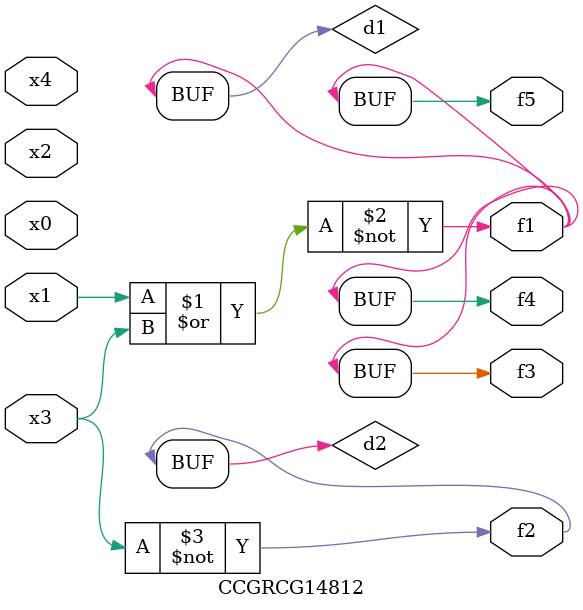
<source format=v>
module CCGRCG14812(
	input x0, x1, x2, x3, x4,
	output f1, f2, f3, f4, f5
);

	wire d1, d2;

	nor (d1, x1, x3);
	not (d2, x3);
	assign f1 = d1;
	assign f2 = d2;
	assign f3 = d1;
	assign f4 = d1;
	assign f5 = d1;
endmodule

</source>
